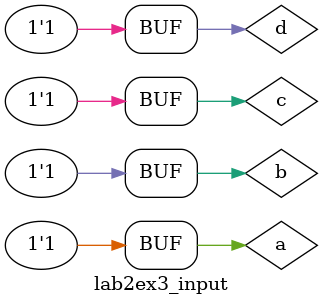
<source format=v>
`timescale 1ns/1ns
`include "lab2ex3.v"

module lab2ex3_input();
reg a,b,c,d;
wire f1,f2;
lab2ex3 uut(a,b,c,d,f1,f2);
initial begin

	$dumpfile("lab2ex3_input.vcd");
	$dumpvars(0, lab2ex3_input);
	a=0;b=0;c=0;d=0;
	#20;
	a=0;b=0;c=0;d=1;
	#20;
	a=0;b=0;c=1;d=0;
	#20;
	a=0;b=0;c=1;d=1;
	#20;
	a=0;b=1;c=0;d=0;
	#20;
	a=0;b=1;c=0;d=1;
	#20;
	a=0;b=1;c=1;d=0;
	#20;
	a=0;b=1;c=1;d=1;
	#20;
	a=1;b=0;c=0;d=0;
	#20;
	a=1;b=0;c=0;d=1;
	#20;
	a=1;b=0;c=1;d=0;
	#20;
	a=1;b=0;c=1;d=1;
	#20;
	a=1;b=1;c=0;d=0;
	#20;
	a=1;b=1;c=0;d=1;
	#20;
	a=1;b=1;c=1;d=0;
	#20;
	a=1;b=1;c=1;d=1;
	#20;
	$display("Test Complete");
end
endmodule
</source>
